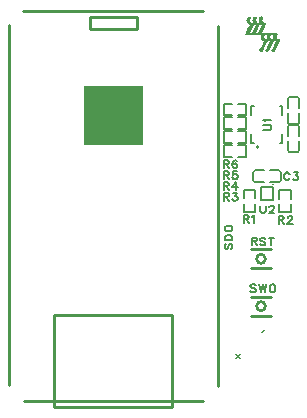
<source format=gto>
G04 Layer: TopSilkscreenLayer*
G04 EasyEDA Pro v2.2.40.8, 2025-10-17 17:16:52*
G04 Gerber Generator version 0.3*
G04 Scale: 100 percent, Rotated: No, Reflected: No*
G04 Dimensions in millimeters*
G04 Leading zeros omitted, absolute positions, 4 integers and 5 decimals*
G04 Generated by one-click*
%FSLAX45Y45*%
%MOMM*%
%ADD10C,0.152*%
%ADD11C,0.1524*%
%ADD12C,0.254*%
%ADD13C,0.17*%
%ADD14C,0.1*%
%ADD15C,0.1588*%
%ADD16C,0.15001*%
G75*


G04 Image Start*
G36*
G01X2135818Y2953397D02*
G01X2134410Y2953028D01*
G01X2133003Y2952659D01*
G01X2130859Y2952781D01*
G01X2128715Y2952903D01*
G01X2124971Y2954535D01*
G01X2122793Y2956476D01*
G01X2122093Y2957487D01*
G01X2121393Y2958497D01*
G01X2120922Y2959874D01*
G01X2120451Y2961251D01*
G01X2120451Y2964661D01*
G01X2121217Y2966987D01*
G01X2141115Y3004008D01*
G01X2161014Y3041029D01*
G01X2160683Y3041127D01*
G01X2160352Y3041225D01*
G01X2157986Y3042329D01*
G01X2155621Y3043433D01*
G01X2153079Y3044989D01*
G01X2150538Y3046545D01*
G01X2148285Y3048335D01*
G01X2146032Y3050125D01*
G01X2144072Y3052182D01*
G01X2142111Y3054240D01*
G01X2140295Y3056704D01*
G01X2138479Y3059168D01*
G01X2136978Y3062010D01*
G01X2135477Y3064852D01*
G01X2134570Y3067446D01*
G01X2133664Y3070040D01*
G01X2132533Y3075228D01*
G01X2132419Y3079001D01*
G01X2163515Y3079001D01*
G01X2163815Y3077232D01*
G01X2164116Y3075464D01*
G01X2164977Y3073161D01*
G01X2165837Y3070859D01*
G01X2167097Y3068946D01*
G01X2168357Y3067033D01*
G01X2170007Y3065401D01*
G01X2171657Y3063768D01*
G01X2173172Y3062703D01*
G01X2174688Y3061638D01*
G01X2176817Y3060606D01*
G01X2178946Y3059574D01*
G01X2183360Y3058410D01*
G01X2188497Y3057850D01*
G01X2189790Y3057401D01*
G01X2190912Y3056952D01*
G01X2190912Y3056952D01*
G01X2191166Y3056952D01*
G01X2188275Y3061314D01*
G01X2186110Y3065795D01*
G01X2184462Y3070502D01*
G01X2183479Y3074864D01*
G01X2183170Y3078053D01*
G01X2182890Y3080942D01*
G01X2214151Y3080942D01*
G01X2214453Y3078568D01*
G01X2214756Y3076193D01*
G01X2216052Y3072398D01*
G01X2217174Y3070454D01*
G01X2218297Y3068510D01*
G01X2219453Y3067137D01*
G01X2220610Y3065765D01*
G01X2222187Y3064432D01*
G01X2223763Y3063099D01*
G01X2226105Y3061628D01*
G01X2228092Y3060727D01*
G01X2230080Y3059825D01*
G01X2231850Y3059332D01*
G01X2233620Y3058839D01*
G01X2236552Y3058488D01*
G01X2239484Y3058137D01*
G01X2240803Y3057679D01*
G01X2242122Y3057221D01*
G01X2242122Y3057221D01*
G01X2243539Y3056245D01*
G01X2244955Y3055268D01*
G01X2243774Y3056733D01*
G01X2242594Y3058197D01*
G01X2241200Y3060465D01*
G01X2239806Y3062732D01*
G01X2238646Y3065325D01*
G01X2237486Y3067917D01*
G01X2236826Y3070158D01*
G01X2236165Y3072398D01*
G01X2235349Y3076643D01*
G01X2235199Y3079944D01*
G01X2235049Y3083246D01*
G01X2235668Y3088434D01*
G01X2236421Y3091735D01*
G01X2236561Y3092148D01*
G01X2236700Y3092560D01*
G01X2217780Y3092560D01*
G01X2216669Y3090379D01*
G01X2215558Y3088198D01*
G01X2214732Y3085368D01*
G01X2214442Y3083155D01*
G01X2214151Y3080942D01*
G01X2182890Y3080942D01*
G01X2182861Y3081241D01*
G01X2183170Y3084429D01*
G01X2183479Y3087618D01*
G01X2184496Y3092130D01*
G01X2184787Y3092560D01*
G01X2167207Y3092560D01*
G01X2164898Y3088198D01*
G01X2163806Y3084425D01*
G01X2163515Y3079001D01*
G01X2132419Y3079001D01*
G01X2132275Y3083717D01*
G01X2133115Y3089141D01*
G01X2133607Y3090873D01*
G01X2134100Y3092605D01*
G01X2113866Y3092319D01*
G01X2008498Y3092207D01*
G01X2006753Y3092962D01*
G01X2005008Y3093717D01*
G01X2002163Y3096173D01*
G01X2001376Y3097634D01*
G01X2000588Y3099094D01*
G01X2000294Y3100662D01*
G01X2000000Y3102230D01*
G01X2000317Y3103917D01*
G01X2000634Y3105604D01*
G01X2004379Y3112599D01*
G01X2038290Y3112599D01*
G01X2038359Y3112599D01*
G01X2088652Y3112599D01*
G01X2097710Y3112661D01*
G01X2106768Y3112723D01*
G01X2125139Y3147023D01*
G01X2143511Y3181324D01*
G01X2143049Y3181472D01*
G01X2136980Y3184412D01*
G01X2134602Y3185945D01*
G01X2132224Y3187478D01*
G01X2129864Y3189534D01*
G01X2127504Y3191591D01*
G01X2127851Y3190367D01*
G01X2128199Y3189144D01*
G01X2128199Y3187147D01*
G01X2127915Y3185898D01*
G01X2127631Y3184648D01*
G01X2127631Y3184648D01*
G01X2088878Y3112959D01*
G01X2088652Y3112599D01*
G01X2038359Y3112599D01*
G01X2046582Y3112661D01*
G01X2054874Y3112723D01*
G01X2073068Y3146681D01*
G01X2091261Y3180639D01*
G01X2091269Y3180988D01*
G01X2086624Y3183118D01*
G01X2084884Y3184091D01*
G01X2083145Y3185063D01*
G01X2079260Y3187817D01*
G01X2077323Y3189292D01*
G01X2077320Y3185827D01*
G01X2077035Y3184889D01*
G01X2076750Y3183951D01*
G01X2057668Y3148701D01*
G01X2038586Y3113450D01*
G01X2038438Y3113024D01*
G01X2038438Y3113024D01*
G01X2038290Y3112599D01*
G01X2004379Y3112599D01*
G01X2020648Y3142979D01*
G01X2040761Y3180319D01*
G01X2040522Y3180403D01*
G01X2035357Y3182741D01*
G01X2030184Y3185898D01*
G01X2025801Y3189397D01*
G01X2022408Y3192902D01*
G01X2021230Y3194322D01*
G01X2020051Y3195742D01*
G01X2018856Y3197540D01*
G01X2017660Y3199338D01*
G01X2016381Y3201783D01*
G01X2015102Y3204228D01*
G01X2014201Y3206740D01*
G01X2013300Y3209252D01*
G01X2012707Y3211924D01*
G01X2012114Y3214597D01*
G01X2012131Y3225681D01*
G01X2012824Y3228642D01*
G01X2013517Y3231604D01*
G01X2014449Y3234066D01*
G01X2015381Y3236528D01*
G01X2016676Y3238952D01*
G01X2017972Y3241376D01*
G01X2019521Y3243530D01*
G01X2021069Y3245684D01*
G01X2022493Y3247293D01*
G01X2023916Y3248901D01*
G01X2025466Y3249846D01*
G01X2027016Y3250791D01*
G01X2028328Y3251147D01*
G01X2029640Y3251503D01*
G01X2033871Y3251503D01*
G01X2034933Y3251161D01*
G01X2035995Y3250819D01*
G01X2037225Y3251319D01*
G01X2038456Y3251819D01*
G01X2040473Y3251928D01*
G01X2042490Y3252037D01*
G01X2044160Y3251624D01*
G01X2045831Y3251211D01*
G01X2047326Y3250328D01*
G01X2048822Y3249446D01*
G01X2049765Y3248394D01*
G01X2050709Y3247343D01*
G01X2051363Y3246038D01*
G01X2052018Y3244732D01*
G01X2052297Y3243352D01*
G01X2052577Y3241972D01*
G01X2052398Y3240669D01*
G01X2052220Y3239366D01*
G01X2051201Y3236879D01*
G01X2049414Y3234699D01*
G01X2047628Y3232519D01*
G01X2046619Y3230751D01*
G01X2045611Y3228982D01*
G01X2044294Y3225145D01*
G01X2043989Y3223058D01*
G01X2043685Y3220970D01*
G01X2043851Y3218959D01*
G01X2044018Y3216948D01*
G01X2044534Y3214972D01*
G01X2045051Y3212997D01*
G01X2046047Y3211057D01*
G01X2047042Y3209117D01*
G01X2048154Y3207612D01*
G01X2049265Y3206108D01*
G01X2052918Y3202772D01*
G01X2054468Y3201819D01*
G01X2056017Y3200866D01*
G01X2057567Y3200159D01*
G01X2059116Y3199453D01*
G01X2060795Y3198965D01*
G01X2062473Y3198476D01*
G01X2063303Y3198325D01*
G01X2064133Y3198174D01*
G01X2066661Y3197864D01*
G01X2069188Y3197553D01*
G01X2070197Y3197177D01*
G01X2069532Y3198223D01*
G01X2068866Y3199269D01*
G01X2068076Y3200566D01*
G01X2067285Y3201863D01*
G01X2064973Y3207051D01*
G01X2064312Y3209291D01*
G01X2063650Y3211531D01*
G01X2062854Y3216012D01*
G01X2062533Y3221672D01*
G01X2063137Y3227331D01*
G01X2063797Y3230025D01*
G01X2064456Y3232718D01*
G01X2065229Y3234741D01*
G01X2066002Y3236764D01*
G01X2068454Y3241481D01*
G01X2069902Y3243603D01*
G01X2071350Y3245725D01*
G01X2073041Y3247645D01*
G01X2074732Y3249566D01*
G01X2077452Y3251197D01*
G01X2080035Y3252092D01*
G01X2084941Y3252074D01*
G01X2086008Y3251708D01*
G01X2087074Y3251342D01*
G01X2087730Y3251656D01*
G01X2088386Y3251969D01*
G01X2090214Y3252256D01*
G01X2092043Y3252542D01*
G01X2093707Y3252282D01*
G01X2095371Y3252021D01*
G01X2096742Y3251447D01*
G01X2098112Y3250873D01*
G01X2101078Y3248394D01*
G01X2103019Y3244806D01*
G01X2103019Y3239594D01*
G01X2102387Y3238314D01*
G01X2101754Y3237034D01*
G01X2100104Y3235013D01*
G01X2098453Y3232991D01*
G01X2096652Y3230051D01*
G01X2095927Y3228102D01*
G01X2095201Y3226152D01*
G01X2094878Y3224327D01*
G01X2094556Y3222502D01*
G01X2094693Y3219611D01*
G01X2094831Y3216719D01*
G01X2095505Y3214647D01*
G01X2096179Y3212575D01*
G01X2097115Y3210874D01*
G01X2098051Y3209173D01*
G01X2098837Y3208112D01*
G01X2099622Y3207051D01*
G01X2102166Y3204339D01*
G01X2104242Y3202911D01*
G01X2106317Y3201483D01*
G01X2108026Y3200699D01*
G01X2109734Y3199914D01*
G01X2111867Y3199300D01*
G01X2114001Y3198685D01*
G01X2117020Y3198324D01*
G01X2120040Y3197962D01*
G01X2122776Y3196765D01*
G01X2122776Y3197019D01*
G01X2121036Y3199505D01*
G01X2119813Y3201730D01*
G01X2118590Y3203956D01*
G01X2117736Y3205998D01*
G01X2116883Y3208039D01*
G01X2116209Y3210499D01*
G01X2115534Y3212959D01*
G01X2115157Y3215547D01*
G01X2114780Y3218134D01*
G01X2114780Y3224030D01*
G01X2115146Y3226538D01*
G01X2115511Y3229046D01*
G01X2116027Y3231019D01*
G01X2116543Y3232991D01*
G01X2117487Y3235467D01*
G01X2118430Y3237943D01*
G01X2120093Y3240891D01*
G01X2121756Y3243839D01*
G01X2123416Y3245961D01*
G01X2125076Y3248083D01*
G01X2127873Y3250736D01*
G01X2129521Y3251476D01*
G01X2131169Y3252216D01*
G01X2132331Y3252437D01*
G01X2133493Y3252659D01*
G01X2136969Y3252444D01*
G01X2139304Y3251720D01*
G01X2140531Y3252125D01*
G01X2141757Y3252530D01*
G01X2144082Y3252531D01*
G01X2146406Y3252532D01*
G01X2147854Y3252013D01*
G01X2149301Y3251495D01*
G01X2151764Y3250005D01*
G01X2153997Y3247407D01*
G01X2155187Y3244546D01*
G01X2155176Y3242306D01*
G01X2155166Y3240066D01*
G01X2154571Y3238696D01*
G01X2153976Y3237327D01*
G01X2152292Y3235311D01*
G01X2150607Y3233295D01*
G01X2149490Y3231374D01*
G01X2148374Y3229454D01*
G01X2147028Y3225209D01*
G01X2146807Y3223086D01*
G01X2146586Y3220964D01*
G01X2146821Y3218842D01*
G01X2147057Y3216719D01*
G01X2147580Y3214976D01*
G01X2148104Y3213232D01*
G01X2148966Y3211527D01*
G01X2149828Y3209823D01*
G01X2150892Y3208393D01*
G01X2151956Y3206963D01*
G01X2153406Y3205532D01*
G01X2154856Y3204102D01*
G01X2156556Y3202939D01*
G01X2158255Y3201777D01*
G01X2160336Y3200841D01*
G01X2162418Y3199904D01*
G01X2164187Y3199410D01*
G01X2165957Y3198915D01*
G01X2168889Y3198564D01*
G01X2171822Y3198213D01*
G01X2174346Y3197338D01*
G01X2175532Y3196592D01*
G01X2176718Y3195847D01*
G01X2178544Y3193812D01*
G01X2179215Y3192475D01*
G01X2179886Y3191137D01*
G01X2180158Y3189637D01*
G01X2180430Y3188136D01*
G01X2180040Y3186392D01*
G01X2179651Y3184648D01*
G01X2160214Y3148740D01*
G01X2140777Y3112832D01*
G01X2141075Y3112560D01*
G01X2199045Y3112799D01*
G01X2257014Y3113038D01*
G01X2259263Y3112559D01*
G01X2264254Y3112794D01*
G01X2266204Y3112485D01*
G01X2268154Y3112176D01*
G01X2271015Y3110980D01*
G01X2272439Y3109750D01*
G01X2273863Y3108520D01*
G01X2274637Y3107084D01*
G01X2275411Y3105648D01*
G01X2275715Y3104157D01*
G01X2276019Y3102665D01*
G01X2275402Y3099383D01*
G01X2273884Y3096637D01*
G01X2271997Y3094891D01*
G01X2270110Y3093145D01*
G01X2267880Y3089005D01*
G01X2267244Y3086718D01*
G01X2266609Y3084430D01*
G01X2266453Y3082423D01*
G01X2266298Y3080416D01*
G01X2266908Y3076235D01*
G01X2268234Y3072398D01*
G01X2269093Y3070838D01*
G01X2269952Y3069278D01*
G01X2271516Y3067383D01*
G01X2273079Y3065488D01*
G01X2276049Y3063145D01*
G01X2277857Y3062080D01*
G01X2279665Y3061015D01*
G01X2281262Y3060402D01*
G01X2282859Y3059789D01*
G01X2284748Y3059319D01*
G01X2286638Y3058849D01*
G01X2289022Y3058606D01*
G01X2291407Y3058363D01*
G01X2292767Y3057890D01*
G01X2294127Y3057417D01*
G01X2295344Y3056599D01*
G01X2296562Y3055781D01*
G01X2298609Y3053415D01*
G01X2299177Y3052059D01*
G01X2299744Y3050702D01*
G01X2299872Y3049034D01*
G01X2300000Y3047365D01*
G01X2299701Y3046090D01*
G01X2299401Y3044815D01*
G01X2252032Y2957572D01*
G01X2250693Y2956320D01*
G01X2249354Y2955067D01*
G01X2247662Y2954344D01*
G01X2245971Y2953622D01*
G01X2242583Y2953092D01*
G01X2238603Y2953926D01*
G01X2237570Y2953918D01*
G01X2235315Y2953761D01*
G01X2233061Y2953604D01*
G01X2230628Y2954164D01*
G01X2229255Y2954777D01*
G01X2227883Y2955391D01*
G01X2226493Y2956721D01*
G01X2225104Y2958051D01*
G01X2224464Y2959217D01*
G01X2223824Y2960384D01*
G01X2223496Y2961655D01*
G01X2223167Y2962926D01*
G01X2223308Y2964603D01*
G01X2223448Y2966279D01*
G01X2224485Y2968637D01*
G01X2263782Y3041723D01*
G01X2263773Y3041977D01*
G01X2262296Y3042562D01*
G01X2260818Y3043146D01*
G01X2255647Y3045987D01*
G01X2251257Y3049032D01*
G01X2246092Y3053800D01*
G01X2246852Y3052369D01*
G01X2247611Y3050938D01*
G01X2247722Y3048878D01*
G01X2247833Y3046817D01*
G01X2247530Y3045694D01*
G01X2247226Y3044571D01*
G01X2229637Y3012146D01*
G01X2212048Y2979721D01*
G01X2206038Y2968695D01*
G01X2200029Y2957670D01*
G01X2198511Y2955988D01*
G01X2197197Y2955086D01*
G01X2195882Y2954184D01*
G01X2194272Y2953688D01*
G01X2192662Y2953191D01*
G01X2188713Y2953191D01*
G01X2187482Y2953529D01*
G01X2186251Y2953868D01*
G01X2184983Y2953428D01*
G01X2183255Y2953281D01*
G01X2181526Y2953134D01*
G01X2179917Y2953511D01*
G01X2178308Y2953887D01*
G01X2177029Y2954479D01*
G01X2175750Y2955071D01*
G01X2174406Y2956298D01*
G01X2173063Y2957525D01*
G01X2171566Y2960445D01*
G01X2171272Y2961889D01*
G01X2170978Y2963333D01*
G01X2171258Y2964987D01*
G01X2171538Y2966640D01*
G01X2174602Y2972410D01*
G01X2193108Y3006858D01*
G01X2211615Y3041306D01*
G01X2211615Y3041629D01*
G01X2210189Y3042205D01*
G01X2208763Y3042781D01*
G01X2206336Y3044085D01*
G01X2203910Y3045389D01*
G01X2201887Y3046785D01*
G01X2199864Y3048182D01*
G01X2198200Y3049560D01*
G01X2196535Y3050938D01*
G01X2196932Y3049995D01*
G01X2197216Y3046929D01*
G01X2196818Y3045514D01*
G01X2196419Y3044100D01*
G01X2173003Y3000947D01*
G01X2149588Y2957795D01*
G01X2148728Y2956726D01*
G01X2147869Y2955657D01*
G01X2146750Y2954927D01*
G01X2145631Y2954198D01*
G01X2144598Y2953723D01*
G01X2143565Y2953249D01*
G01X2140828Y2952719D01*
G01X2138642Y2952719D01*
G01X2137230Y2953058D01*
G01X2135818Y2953397D01*
G37*
G04 Image End*

G04 Text Start*
G54D10*
G01X1837504Y1328616D02*
G01X1831408Y1322266D01*
G01X1828360Y1313122D01*
G01X1828360Y1300676D01*
G01X1831408Y1291278D01*
G01X1837504Y1285182D01*
G01X1843854Y1285182D01*
G01X1849950Y1288230D01*
G01X1852998Y1291278D01*
G01X1856046Y1297628D01*
G01X1862396Y1316170D01*
G01X1865444Y1322266D01*
G01X1868492Y1325314D01*
G01X1874842Y1328616D01*
G01X1883986Y1328616D01*
G01X1890336Y1322266D01*
G01X1893384Y1313122D01*
G01X1893384Y1300676D01*
G01X1890336Y1291278D01*
G01X1883986Y1285182D01*
G01X1828360Y1358588D02*
G01X1893384Y1358588D01*
G01X1828360Y1358588D02*
G01X1828360Y1380432D01*
G01X1831408Y1389576D01*
G01X1837504Y1395926D01*
G01X1843854Y1398974D01*
G01X1852998Y1402022D01*
G01X1868492Y1402022D01*
G01X1877890Y1398974D01*
G01X1883986Y1395926D01*
G01X1890336Y1389576D01*
G01X1893384Y1380432D01*
G01X1893384Y1358588D01*
G01X1828360Y1450790D02*
G01X1831408Y1444440D01*
G01X1837504Y1438344D01*
G01X1843854Y1435296D01*
G01X1852998Y1431994D01*
G01X1868492Y1431994D01*
G01X1877890Y1435296D01*
G01X1883986Y1438344D01*
G01X1890336Y1444440D01*
G01X1893384Y1450790D01*
G01X1893384Y1462982D01*
G01X1890336Y1469332D01*
G01X1883986Y1475428D01*
G01X1877890Y1478476D01*
G01X1868492Y1481524D01*
G01X1852998Y1481524D01*
G01X1843854Y1478476D01*
G01X1837504Y1475428D01*
G01X1831408Y1469332D01*
G01X1828360Y1462982D01*
G01X1828360Y1450790D01*
G01X2376715Y1916330D02*
G01X2373667Y1922680D01*
G01X2367317Y1928776D01*
G01X2361221Y1931824D01*
G01X2348775Y1931824D01*
G01X2342679Y1928776D01*
G01X2336329Y1922680D01*
G01X2333281Y1916330D01*
G01X2330233Y1907186D01*
G01X2330233Y1891692D01*
G01X2333281Y1882294D01*
G01X2336329Y1876198D01*
G01X2342679Y1869848D01*
G01X2348775Y1866800D01*
G01X2361221Y1866800D01*
G01X2367317Y1869848D01*
G01X2373667Y1876198D01*
G01X2376715Y1882294D01*
G01X2413037Y1931824D02*
G01X2447073Y1931824D01*
G01X2428531Y1907186D01*
G01X2437675Y1907186D01*
G01X2444025Y1904138D01*
G01X2447073Y1900836D01*
G01X2450121Y1891692D01*
G01X2450121Y1885342D01*
G01X2447073Y1876198D01*
G01X2440723Y1869848D01*
G01X2431579Y1866800D01*
G01X2422181Y1866800D01*
G01X2413037Y1869848D01*
G01X2409989Y1873150D01*
G01X2406687Y1879246D01*
G01X1987717Y1569306D02*
G01X1987717Y1504282D01*
G01X1987717Y1569306D02*
G01X2015657Y1569306D01*
G01X2024801Y1566258D01*
G01X2027849Y1563210D01*
G01X2031151Y1557114D01*
G01X2031151Y1550764D01*
G01X2027849Y1544668D01*
G01X2024801Y1541620D01*
G01X2015657Y1538318D01*
G01X1987717Y1538318D01*
G01X2009307Y1538318D02*
G01X2031151Y1504282D01*
G01X2061123Y1557114D02*
G01X2067473Y1560162D01*
G01X2076617Y1569306D01*
G01X2076617Y1504282D01*
G01X2285231Y1564306D02*
G01X2285231Y1499282D01*
G01X2285231Y1564306D02*
G01X2313171Y1564306D01*
G01X2322315Y1561258D01*
G01X2325363Y1558210D01*
G01X2328665Y1552114D01*
G01X2328665Y1545764D01*
G01X2325363Y1539668D01*
G01X2322315Y1536620D01*
G01X2313171Y1533318D01*
G01X2285231Y1533318D01*
G01X2306821Y1533318D02*
G01X2328665Y1499282D01*
G01X2361939Y1548812D02*
G01X2361939Y1552114D01*
G01X2364987Y1558210D01*
G01X2368035Y1561258D01*
G01X2374131Y1564306D01*
G01X2386577Y1564306D01*
G01X2392673Y1561258D01*
G01X2395975Y1558210D01*
G01X2399023Y1552114D01*
G01X2399023Y1545764D01*
G01X2395975Y1539668D01*
G01X2389625Y1530270D01*
G01X2358637Y1499282D01*
G01X2402071Y1499282D01*
G01X1820208Y1756815D02*
G01X1820208Y1691791D01*
G01X1820208Y1756815D02*
G01X1848148Y1756815D01*
G01X1857292Y1753767D01*
G01X1860340Y1750719D01*
G01X1863642Y1744623D01*
G01X1863642Y1738273D01*
G01X1860340Y1732177D01*
G01X1857292Y1729129D01*
G01X1848148Y1725827D01*
G01X1820208Y1725827D01*
G01X1841798Y1725827D02*
G01X1863642Y1691791D01*
G01X1899964Y1756815D02*
G01X1934000Y1756815D01*
G01X1915458Y1732177D01*
G01X1924602Y1732177D01*
G01X1930952Y1729129D01*
G01X1934000Y1725827D01*
G01X1937048Y1716683D01*
G01X1937048Y1710333D01*
G01X1934000Y1701189D01*
G01X1927650Y1694839D01*
G01X1918506Y1691791D01*
G01X1909108Y1691791D01*
G01X1899964Y1694839D01*
G01X1896916Y1698141D01*
G01X1893614Y1704237D01*
G01X1820208Y1849320D02*
G01X1820208Y1784296D01*
G01X1820208Y1849320D02*
G01X1848148Y1849320D01*
G01X1857292Y1846272D01*
G01X1860340Y1843224D01*
G01X1863642Y1837128D01*
G01X1863642Y1830778D01*
G01X1860340Y1824682D01*
G01X1857292Y1821634D01*
G01X1848148Y1818332D01*
G01X1820208Y1818332D01*
G01X1841798Y1818332D02*
G01X1863642Y1784296D01*
G01X1924602Y1849320D02*
G01X1893614Y1806140D01*
G01X1940096Y1806140D01*
G01X1924602Y1849320D02*
G01X1924602Y1784296D01*
G01X1820208Y1941824D02*
G01X1820208Y1876800D01*
G01X1820208Y1941824D02*
G01X1848148Y1941824D01*
G01X1857292Y1938776D01*
G01X1860340Y1935728D01*
G01X1863642Y1929632D01*
G01X1863642Y1923282D01*
G01X1860340Y1917186D01*
G01X1857292Y1914138D01*
G01X1848148Y1910836D01*
G01X1820208Y1910836D01*
G01X1841798Y1910836D02*
G01X1863642Y1876800D01*
G01X1930952Y1941824D02*
G01X1899964Y1941824D01*
G01X1896916Y1914138D01*
G01X1899964Y1917186D01*
G01X1909108Y1920234D01*
G01X1918506Y1920234D01*
G01X1927650Y1917186D01*
G01X1934000Y1910836D01*
G01X1937048Y1901692D01*
G01X1937048Y1895342D01*
G01X1934000Y1886198D01*
G01X1927650Y1879848D01*
G01X1918506Y1876800D01*
G01X1909108Y1876800D01*
G01X1899964Y1879848D01*
G01X1896916Y1883150D01*
G01X1893614Y1889246D01*
G01X1820208Y2034329D02*
G01X1820208Y1969305D01*
G01X1820208Y2034329D02*
G01X1848148Y2034329D01*
G01X1857292Y2031281D01*
G01X1860340Y2028233D01*
G01X1863642Y2022137D01*
G01X1863642Y2015787D01*
G01X1860340Y2009691D01*
G01X1857292Y2006643D01*
G01X1848148Y2003341D01*
G01X1820208Y2003341D01*
G01X1841798Y2003341D02*
G01X1863642Y1969305D01*
G01X1930952Y2025185D02*
G01X1927650Y2031281D01*
G01X1918506Y2034329D01*
G01X1912410Y2034329D01*
G01X1903012Y2031281D01*
G01X1896916Y2022137D01*
G01X1893614Y2006643D01*
G01X1893614Y1991149D01*
G01X1896916Y1978703D01*
G01X1903012Y1972353D01*
G01X1912410Y1969305D01*
G01X1915458Y1969305D01*
G01X1924602Y1972353D01*
G01X1930952Y1978703D01*
G01X1934000Y1987847D01*
G01X1934000Y1991149D01*
G01X1930952Y2000293D01*
G01X1924602Y2006643D01*
G01X1915458Y2009691D01*
G01X1912410Y2009691D01*
G01X1903012Y2006643D01*
G01X1896916Y2000293D01*
G01X1893614Y1991149D01*
G01X2055220Y1379297D02*
G01X2055220Y1314273D01*
G01X2055220Y1379297D02*
G01X2083160Y1379297D01*
G01X2092304Y1376249D01*
G01X2095352Y1373201D01*
G01X2098654Y1367105D01*
G01X2098654Y1360755D01*
G01X2095352Y1354659D01*
G01X2092304Y1351611D01*
G01X2083160Y1348309D01*
G01X2055220Y1348309D01*
G01X2076810Y1348309D02*
G01X2098654Y1314273D01*
G01X2172060Y1370153D02*
G01X2165964Y1376249D01*
G01X2156566Y1379297D01*
G01X2144120Y1379297D01*
G01X2134976Y1376249D01*
G01X2128626Y1370153D01*
G01X2128626Y1363803D01*
G01X2131928Y1357707D01*
G01X2134976Y1354659D01*
G01X2141072Y1351611D01*
G01X2159614Y1345261D01*
G01X2165964Y1342213D01*
G01X2169012Y1339165D01*
G01X2172060Y1332815D01*
G01X2172060Y1323671D01*
G01X2165964Y1317321D01*
G01X2156566Y1314273D01*
G01X2144120Y1314273D01*
G01X2134976Y1317321D01*
G01X2128626Y1323671D01*
G01X2223876Y1379297D02*
G01X2223876Y1314273D01*
G01X2202032Y1379297D02*
G01X2245466Y1379297D01*
G01X2088653Y975133D02*
G01X2082303Y981229D01*
G01X2073159Y984277D01*
G01X2060713Y984277D01*
G01X2051315Y981229D01*
G01X2045219Y975133D01*
G01X2045219Y968783D01*
G01X2048267Y962687D01*
G01X2051315Y959639D01*
G01X2057665Y956591D01*
G01X2076207Y950241D01*
G01X2082303Y947193D01*
G01X2085351Y944145D01*
G01X2088653Y937795D01*
G01X2088653Y928651D01*
G01X2082303Y922301D01*
G01X2073159Y919253D01*
G01X2060713Y919253D01*
G01X2051315Y922301D01*
G01X2045219Y928651D01*
G01X2118625Y984277D02*
G01X2134119Y919253D01*
G01X2149613Y984277D02*
G01X2134119Y919253D01*
G01X2149613Y984277D02*
G01X2165107Y919253D01*
G01X2180601Y984277D02*
G01X2165107Y919253D01*
G01X2229369Y984277D02*
G01X2219971Y981229D01*
G01X2213875Y972085D01*
G01X2210573Y956591D01*
G01X2210573Y947193D01*
G01X2213875Y931699D01*
G01X2219971Y922301D01*
G01X2229369Y919253D01*
G01X2235465Y919253D01*
G01X2244609Y922301D01*
G01X2250959Y931699D01*
G01X2254007Y947193D01*
G01X2254007Y956591D01*
G01X2250959Y972085D01*
G01X2244609Y981229D01*
G01X2235465Y984277D01*
G01X2229369Y984277D01*
G01X2130224Y1651810D02*
G01X2130224Y1605328D01*
G01X2133272Y1596184D01*
G01X2139368Y1589834D01*
G01X2148766Y1586786D01*
G01X2154862Y1586786D01*
G01X2164260Y1589834D01*
G01X2170356Y1596184D01*
G01X2173658Y1605328D01*
G01X2173658Y1651810D01*
G01X2206932Y1636316D02*
G01X2206932Y1639618D01*
G01X2209980Y1645714D01*
G01X2213028Y1648762D01*
G01X2219124Y1651810D01*
G01X2231570Y1651810D01*
G01X2237666Y1648762D01*
G01X2240968Y1645714D01*
G01X2244016Y1639618D01*
G01X2244016Y1633268D01*
G01X2240968Y1627172D01*
G01X2234618Y1617774D01*
G01X2203630Y1586786D01*
G01X2247064Y1586786D01*
G01X2155721Y2290275D02*
G01X2202203Y2290275D01*
G01X2211347Y2293323D01*
G01X2217697Y2299419D01*
G01X2220745Y2308817D01*
G01X2220745Y2314913D01*
G01X2217697Y2324311D01*
G01X2211347Y2330407D01*
G01X2202203Y2333709D01*
G01X2155721Y2333709D01*
G01X2167913Y2363681D02*
G01X2164865Y2370031D01*
G01X2155721Y2379175D01*
G01X2220745Y2379175D01*
G04 Text End*

G04 PolygonModel Start*
G54D11*
G01X2360257Y2321739D02*
G01X2360257Y2242730D01*
G01X2459978Y2242730D02*
G01X2459978Y2321739D01*
G01X2444738Y2336979D02*
G01X2375497Y2336979D01*
G01X2360257Y2118478D02*
G01X2360257Y2197487D01*
G01X2459978Y2197487D02*
G01X2459978Y2118478D01*
G01X2444738Y2103238D02*
G01X2375497Y2103238D01*
G01X2459978Y2321739D02*
G03X2444738Y2336979I-15240J0D01*
G01X2375497Y2336979D02*
G03X2360257Y2321739I0J-15240D01*
G01X2459978Y2118478D02*
G02X2444738Y2103238I-15240J0D01*
G01X2375497Y2103238D02*
G02X2360257Y2118478I0J15240D01*
G01X2459978Y2353489D02*
G01X2459978Y2432499D01*
G01X2360257Y2432499D02*
G01X2360257Y2353489D01*
G01X2375497Y2338249D02*
G01X2444738Y2338249D01*
G01X2459978Y2556750D02*
G01X2459978Y2477741D01*
G01X2360257Y2477741D02*
G01X2360257Y2556750D01*
G01X2375497Y2571990D02*
G01X2444738Y2571990D01*
G01X2360257Y2353489D02*
G03X2375497Y2338249I15240J0D01*
G01X2444738Y2338249D02*
G03X2459978Y2353489I0J15240D01*
G01X2360257Y2556750D02*
G02X2375497Y2571990I15240J0D01*
G01X2444738Y2571990D02*
G02X2459978Y2556750I0J-15240D01*
G01X2286737Y1949953D02*
G01X2207728Y1949953D01*
G01X2207728Y1850233D02*
G01X2286737Y1850233D01*
G01X2301977Y1865473D02*
G01X2301977Y1934713D01*
G01X2083476Y1949953D02*
G01X2162485Y1949953D01*
G01X2162485Y1850233D02*
G01X2083476Y1850233D01*
G01X2068236Y1865473D02*
G01X2068236Y1934713D01*
G01X2286737Y1850233D02*
G03X2301977Y1865473I0J15240D01*
G01X2301977Y1934713D02*
G03X2286737Y1949953I-15240J0D01*
G01X2083476Y1850233D02*
G02X2068236Y1865473I0J15240D01*
G01X2068236Y1934713D02*
G02X2083476Y1949953I15240J0D01*
G01X1987739Y1712704D02*
G01X1987739Y1784507D01*
G01X1987739Y1784507D02*
G01X2087460Y1784507D01*
G01X2087460Y1784507D02*
G01X2087460Y1712704D01*
G01X1987739Y1667461D02*
G01X1987739Y1595658D01*
G01X1987739Y1595658D02*
G01X2087460Y1595658D01*
G01X2087460Y1595658D02*
G01X2087460Y1667461D01*
G01X2285254Y1710204D02*
G01X2285254Y1782007D01*
G01X2285254Y1782007D02*
G01X2384974Y1782007D01*
G01X2384974Y1782007D02*
G01X2384974Y1710204D01*
G01X2285254Y1664961D02*
G01X2285254Y1593158D01*
G01X2285254Y1593158D02*
G01X2384974Y1593158D01*
G01X2384974Y1593158D02*
G01X2384974Y1664961D01*
G01X1937715Y2162463D02*
G01X2009518Y2162463D01*
G01X2009518Y2162463D02*
G01X2009518Y2062743D01*
G01X2009518Y2062743D02*
G01X1937715Y2062743D01*
G01X1892472Y2162463D02*
G01X1820669Y2162463D01*
G01X1820669Y2162463D02*
G01X1820669Y2062743D01*
G01X1820669Y2062743D02*
G01X1892472Y2062743D01*
G01X1937715Y2279969D02*
G01X2009518Y2279969D01*
G01X2009518Y2279969D02*
G01X2009518Y2180249D01*
G01X2009518Y2180249D02*
G01X1937715Y2180249D01*
G01X1892472Y2279969D02*
G01X1820669Y2279969D01*
G01X1820669Y2279969D02*
G01X1820669Y2180249D01*
G01X1820669Y2180249D02*
G01X1892472Y2180249D01*
G01X1937715Y2397475D02*
G01X2009518Y2397475D01*
G01X2009518Y2397475D02*
G01X2009518Y2297754D01*
G01X2009518Y2297754D02*
G01X1937715Y2297754D01*
G01X1892472Y2397475D02*
G01X1820669Y2397475D01*
G01X1820669Y2397475D02*
G01X1820669Y2297754D01*
G01X1820669Y2297754D02*
G01X1892472Y2297754D01*
G01X1937715Y2514980D02*
G01X2009518Y2514980D01*
G01X2009518Y2514980D02*
G01X2009518Y2415260D01*
G01X2009518Y2415260D02*
G01X1937715Y2415260D01*
G01X1892472Y2514980D02*
G01X1820669Y2514980D01*
G01X1820669Y2514980D02*
G01X1820669Y2415260D01*
G01X1820669Y2415260D02*
G01X1892472Y2415260D01*
G54D12*
G01X2047507Y1280005D02*
G01X2222495Y1280005D01*
G01X2047507Y1120005D02*
G01X2222495Y1120005D01*
G01X2047507Y880005D02*
G01X2222495Y880005D01*
G01X2047507Y720005D02*
G01X2222495Y720005D01*
G54D13*
G01X2133110Y1804683D02*
G01X2133110Y1700510D01*
G01X2237113Y1804683D02*
G01X2133110Y1804683D01*
G01X2133110Y1700510D02*
G01X2237113Y1700510D01*
G01X2237113Y1700510D02*
G01X2237113Y1804650D01*
G54D12*
G01X1770041Y3172627D02*
G01X1770041Y128080D01*
G01X1641357Y84D02*
G01X127088Y84D01*
G01X45Y132002D02*
G01X45Y3176120D01*
G01X122213Y3300077D02*
G01X1645222Y3300077D01*
G36*
G01X2159325Y608903D02*
G01X2133022Y582600D01*
G01X2146456Y569165D01*
G01X2172760Y595468D01*
G01X2159325Y608903D01*
G37*
G36*
G01X1911718Y392055D02*
G01X1955982Y347791D01*
G01X1969416Y361226D01*
G01X1925152Y405489D01*
G01X1911718Y392055D01*
G37*
G36*
G01X1955922Y405500D02*
G01X1911659Y361236D01*
G01X1925093Y347802D01*
G01X1969357Y392066D01*
G01X1955922Y405500D01*
G37*
G54D11*
G01X2051312Y2420491D02*
G01X2051312Y2495060D01*
G01X2051312Y2495060D02*
G01X2075884Y2495060D01*
G01X2316554Y2420491D02*
G01X2316554Y2495060D01*
G01X2316554Y2495060D02*
G01X2291982Y2495060D01*
G01X2051312Y2254390D02*
G01X2051312Y2179821D01*
G01X2051312Y2179821D02*
G01X2075884Y2179821D01*
G01X2316554Y2254390D02*
G01X2316554Y2179821D01*
G01X2316554Y2179821D02*
G01X2291982Y2179821D01*

G04 Rect Start*
G36*
G01X635043Y2162160D02*
G01X635043Y2662160D01*
G01X1135043Y2662160D01*
G01X1135043Y2162160D01*
G01X635043Y2162160D01*
G37*
G54D12*
G01X1385043Y725081D02*
G01X1385043Y-49919D01*
G01X385043Y-49919D01*
G01X385043Y725081D01*
G01X1385043Y725081D01*
G01X1085043Y3250081D02*
G01X1085043Y3150081D01*
G01X685043Y3150081D01*
G01X685043Y3250081D01*
G01X1085043Y3250081D01*
G04 Rect End*

G04 Circle Start*
G01X2096913Y1200013D02*
G03X2173113Y1200013I38100J0D01*
G03X2096913Y1200013I-38100J0D01*
G01X2096913Y800013D02*
G03X2173113Y800013I38100J0D01*
G03X2096913Y800013I-38100J0D01*
G54D14*
G01X2231805Y1828786D02*
G03X2240034Y1828786I4115J0D01*
G03X2231805Y1828786I-4115J0D01*
G54D16*
G01X2100240Y2146940D02*
G03X2115226Y2146940I7493J0D01*
G03X2100240Y2146940I-7493J0D01*
G04 Circle End*

M02*


</source>
